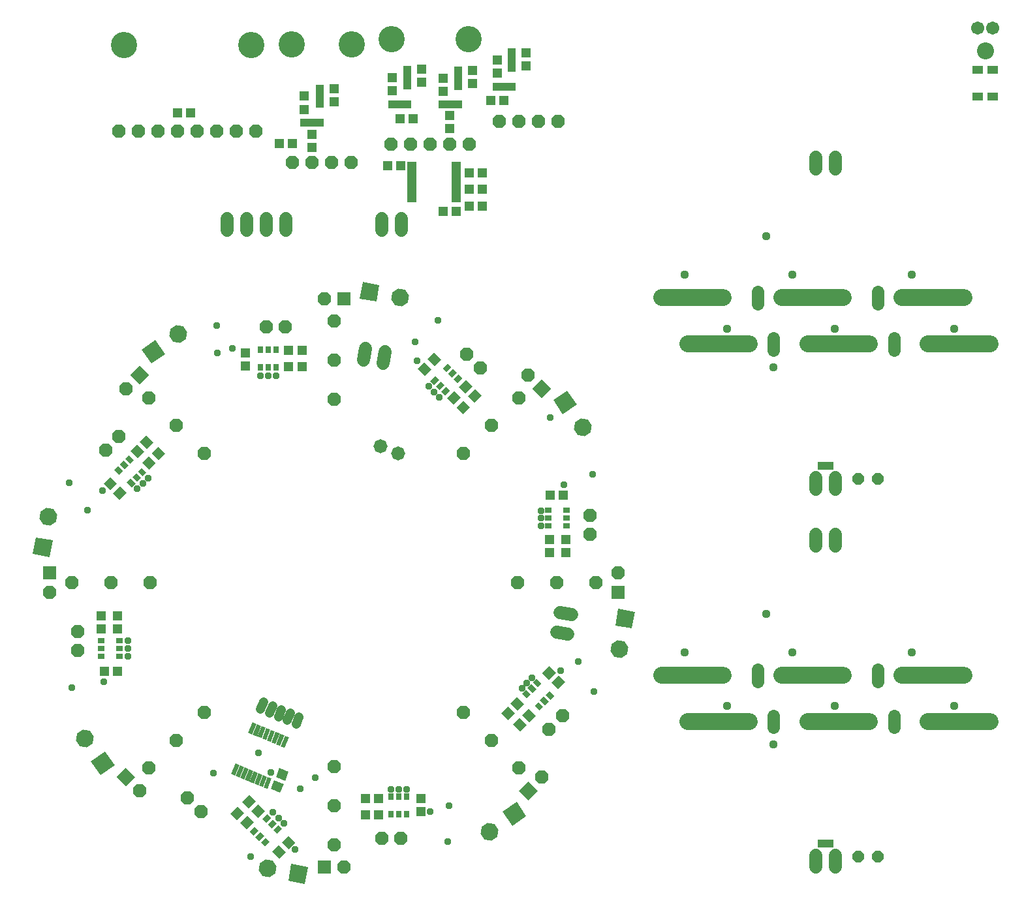
<source format=gbr>
G04 EAGLE Gerber RS-274X export*
G75*
%MOMM*%
%FSLAX34Y34*%
%LPD*%
%INSoldermask Top*%
%IPPOS*%
%AMOC8*
5,1,8,0,0,1.08239X$1,22.5*%
G01*
%ADD10C,2.203200*%
%ADD11C,1.727200*%
%ADD12C,2.203200*%
%ADD13C,1.603200*%
%ADD14P,1.635708X8X22.500000*%
%ADD15R,1.003200X1.003200*%
%ADD16P,1.852186X8X180.000000*%
%ADD17P,1.852186X8X337.500000*%
%ADD18P,1.852186X8X292.500000*%
%ADD19R,1.203200X1.303200*%
%ADD20R,1.303200X1.203200*%
%ADD21P,1.852186X8X22.500000*%
%ADD22R,1.463200X0.563200*%
%ADD23C,1.211200*%
%ADD24R,1.727200X1.727200*%
%ADD25P,1.869504X8X292.500000*%
%ADD26R,0.703200X0.903200*%
%ADD27R,0.903200X0.703200*%
%ADD28R,1.727200X1.727200*%
%ADD29P,1.869504X8X247.500000*%
%ADD30P,1.869504X8X202.500000*%
%ADD31P,1.852186X8X247.500000*%
%ADD32P,1.869504X8X157.500000*%
%ADD33P,1.852186X8X202.500000*%
%ADD34P,1.869504X8X112.500000*%
%ADD35P,1.852186X8X157.500000*%
%ADD36P,1.869504X8X67.500000*%
%ADD37P,1.852186X8X112.500000*%
%ADD38P,1.869504X8X22.500000*%
%ADD39P,1.852186X8X67.500000*%
%ADD40P,1.869504X8X337.500000*%
%ADD41R,2.203200X2.203200*%
%ADD42P,2.384722X8X192.500000*%
%ADD43P,2.384722X8X147.500000*%
%ADD44P,2.384722X8X102.500000*%
%ADD45P,2.384722X8X237.500000*%
%ADD46P,2.384722X8X57.500000*%
%ADD47P,2.384722X8X372.500000*%
%ADD48P,2.384722X8X327.500000*%
%ADD49P,2.384722X8X282.500000*%
%ADD50C,3.403200*%
%ADD51R,1.203200X0.653200*%
%ADD52R,1.403200X1.003200*%
%ADD53C,1.109600*%
%ADD54C,0.959600*%
%ADD55C,1.703200*%


D10*
X1235000Y1080000D03*
D11*
X1040700Y452620D02*
X1040700Y437380D01*
X1015300Y437380D02*
X1015300Y452620D01*
D12*
X895000Y270000D02*
X815000Y270000D01*
D13*
X939500Y262000D02*
X939500Y278000D01*
D12*
X929000Y210000D02*
X849000Y210000D01*
X1005000Y210000D02*
X1085000Y210000D01*
D13*
X960500Y218000D02*
X960500Y202000D01*
D12*
X971000Y270000D02*
X1051000Y270000D01*
D13*
X1095500Y262000D02*
X1095500Y278000D01*
D11*
X1015300Y36620D02*
X1015300Y21380D01*
X1040700Y21380D02*
X1040700Y36620D01*
D14*
X1070500Y35000D03*
X1095500Y35000D03*
D15*
X1023000Y52000D03*
X1033000Y52000D03*
D12*
X1127000Y270000D02*
X1207000Y270000D01*
X1241000Y210000D02*
X1161000Y210000D01*
D13*
X1116500Y218000D02*
X1116500Y202000D01*
D11*
X1040700Y927380D02*
X1040700Y942620D01*
X1015300Y942620D02*
X1015300Y927380D01*
D12*
X895000Y760000D02*
X815000Y760000D01*
D13*
X939500Y752000D02*
X939500Y768000D01*
D12*
X929000Y700000D02*
X849000Y700000D01*
X1005000Y700000D02*
X1085000Y700000D01*
D13*
X960500Y708000D02*
X960500Y692000D01*
D12*
X971000Y760000D02*
X1051000Y760000D01*
D13*
X1095500Y752000D02*
X1095500Y768000D01*
D11*
X1015300Y526620D02*
X1015300Y511380D01*
X1040700Y511380D02*
X1040700Y526620D01*
D14*
X1070500Y525000D03*
X1095500Y525000D03*
D15*
X1023000Y542000D03*
X1033000Y542000D03*
D12*
X1127000Y760000D02*
X1207000Y760000D01*
X1241000Y700000D02*
X1161000Y700000D01*
D13*
X1116500Y708000D02*
X1116500Y692000D01*
D16*
X450312Y567444D03*
X473408Y557876D03*
D17*
X217339Y93061D03*
X199661Y110739D03*
D18*
X57900Y302000D03*
X57900Y327000D03*
D19*
X447800Y110200D03*
X430800Y110200D03*
G36*
X324769Y128811D02*
X320164Y117696D01*
X308125Y122683D01*
X312730Y133798D01*
X324769Y128811D01*
G37*
G36*
X331275Y144517D02*
X326670Y133402D01*
X314631Y138389D01*
X319236Y149504D01*
X331275Y144517D01*
G37*
X430800Y89100D03*
X447800Y89100D03*
D20*
X502900Y93000D03*
X502900Y110000D03*
D19*
G36*
X292363Y102851D02*
X300871Y94343D01*
X291657Y85129D01*
X283149Y93637D01*
X292363Y102851D01*
G37*
G36*
X280343Y114871D02*
X288851Y106363D01*
X279637Y97149D01*
X271129Y105657D01*
X280343Y114871D01*
G37*
G36*
X264637Y82149D02*
X256129Y90657D01*
X265343Y99871D01*
X273851Y91363D01*
X264637Y82149D01*
G37*
G36*
X276657Y70129D02*
X268149Y78637D01*
X277363Y87851D01*
X285871Y79343D01*
X276657Y70129D01*
G37*
G36*
X322249Y53263D02*
X330757Y61771D01*
X339971Y52557D01*
X331463Y44049D01*
X322249Y53263D01*
G37*
G36*
X310229Y41243D02*
X318737Y49751D01*
X327951Y40537D01*
X319443Y32029D01*
X310229Y41243D01*
G37*
D20*
X109000Y330500D03*
X109000Y347500D03*
X88100Y347400D03*
X88100Y330400D03*
D21*
X390000Y151800D03*
X390000Y101000D03*
X390000Y50200D03*
D22*
G36*
X267485Y153395D02*
X261886Y139878D01*
X256683Y142033D01*
X262282Y155550D01*
X267485Y153395D01*
G37*
G36*
X273490Y150907D02*
X267891Y137390D01*
X262688Y139545D01*
X268287Y153062D01*
X273490Y150907D01*
G37*
G36*
X279495Y148420D02*
X273896Y134903D01*
X268693Y137058D01*
X274292Y150575D01*
X279495Y148420D01*
G37*
G36*
X285501Y145932D02*
X279902Y132415D01*
X274699Y134570D01*
X280298Y148087D01*
X285501Y145932D01*
G37*
G36*
X291506Y143445D02*
X285907Y129928D01*
X280704Y132083D01*
X286303Y145600D01*
X291506Y143445D01*
G37*
G36*
X297511Y140957D02*
X291912Y127440D01*
X286709Y129595D01*
X292308Y143112D01*
X297511Y140957D01*
G37*
G36*
X303516Y138470D02*
X297917Y124953D01*
X292714Y127108D01*
X298313Y140625D01*
X303516Y138470D01*
G37*
G36*
X309521Y135982D02*
X303922Y122465D01*
X298719Y124620D01*
X304318Y138137D01*
X309521Y135982D01*
G37*
G36*
X320915Y178205D02*
X326514Y191722D01*
X331717Y189567D01*
X326118Y176050D01*
X320915Y178205D01*
G37*
G36*
X314910Y180693D02*
X320509Y194210D01*
X325712Y192055D01*
X320113Y178538D01*
X314910Y180693D01*
G37*
G36*
X308905Y183180D02*
X314504Y196697D01*
X319707Y194542D01*
X314108Y181025D01*
X308905Y183180D01*
G37*
G36*
X302899Y185668D02*
X308498Y199185D01*
X313701Y197030D01*
X308102Y183513D01*
X302899Y185668D01*
G37*
G36*
X296894Y188155D02*
X302493Y201672D01*
X307696Y199517D01*
X302097Y186000D01*
X296894Y188155D01*
G37*
G36*
X290889Y190643D02*
X296488Y204160D01*
X301691Y202005D01*
X296092Y188488D01*
X290889Y190643D01*
G37*
G36*
X284884Y193130D02*
X290483Y206647D01*
X295686Y204492D01*
X290087Y190975D01*
X284884Y193130D01*
G37*
G36*
X278879Y195618D02*
X284478Y209135D01*
X289681Y206980D01*
X284082Y193463D01*
X278879Y195618D01*
G37*
D17*
X221571Y221571D03*
X185650Y185650D03*
X149729Y149729D03*
D18*
X151800Y390000D03*
X101000Y390000D03*
X50200Y390000D03*
D23*
X345088Y216127D02*
X341230Y206814D01*
X329682Y211598D02*
X333539Y220910D01*
X321991Y225694D02*
X318133Y216381D01*
X306585Y221165D02*
X310442Y230477D01*
X298894Y235261D02*
X295036Y225948D01*
D24*
X377300Y21000D03*
D25*
X402700Y21000D03*
D26*
X484000Y112500D03*
X474000Y112500D03*
X464000Y112500D03*
X464000Y89500D03*
X474000Y89500D03*
X484000Y89500D03*
D27*
G36*
X311524Y69354D02*
X317910Y75740D01*
X322882Y70768D01*
X316496Y64382D01*
X311524Y69354D01*
G37*
G36*
X304453Y76425D02*
X310839Y82811D01*
X315811Y77839D01*
X309425Y71453D01*
X304453Y76425D01*
G37*
G36*
X297382Y83496D02*
X303768Y89882D01*
X308740Y84910D01*
X302354Y78524D01*
X297382Y83496D01*
G37*
G36*
X281118Y67232D02*
X287504Y73618D01*
X292476Y68646D01*
X286090Y62260D01*
X281118Y67232D01*
G37*
G36*
X288189Y60161D02*
X294575Y66547D01*
X299547Y61575D01*
X293161Y55189D01*
X288189Y60161D01*
G37*
G36*
X295260Y53090D02*
X301646Y59476D01*
X306618Y54504D01*
X300232Y48118D01*
X295260Y53090D01*
G37*
X111500Y295000D03*
X111500Y305000D03*
X111500Y315000D03*
X88500Y315000D03*
X88500Y305000D03*
X88500Y295000D03*
D21*
X477000Y58900D03*
X452000Y58900D03*
D28*
G36*
X107887Y138060D02*
X120100Y150273D01*
X132313Y138060D01*
X120100Y125847D01*
X107887Y138060D01*
G37*
D29*
X138060Y120100D03*
D24*
X21000Y402700D03*
D30*
X21000Y377300D03*
D19*
X109500Y275000D03*
X92500Y275000D03*
G36*
X158851Y545637D02*
X150343Y537129D01*
X141129Y546343D01*
X149637Y554851D01*
X158851Y545637D01*
G37*
G36*
X170871Y557657D02*
X162363Y549149D01*
X153149Y558363D01*
X161657Y566871D01*
X170871Y557657D01*
G37*
G36*
X138149Y573363D02*
X146657Y581871D01*
X155871Y572657D01*
X147363Y564149D01*
X138149Y573363D01*
G37*
G36*
X126129Y561343D02*
X134637Y569851D01*
X143851Y560637D01*
X135343Y552129D01*
X126129Y561343D01*
G37*
D31*
X93661Y562061D03*
X111339Y579739D03*
X221571Y558429D03*
X185650Y594350D03*
X149729Y630271D03*
D27*
G36*
X126354Y525476D02*
X132740Y519090D01*
X127768Y514118D01*
X121382Y520504D01*
X126354Y525476D01*
G37*
G36*
X133425Y532547D02*
X139811Y526161D01*
X134839Y521189D01*
X128453Y527575D01*
X133425Y532547D01*
G37*
G36*
X140496Y539618D02*
X146882Y533232D01*
X141910Y528260D01*
X135524Y534646D01*
X140496Y539618D01*
G37*
G36*
X124232Y555882D02*
X130618Y549496D01*
X125646Y544524D01*
X119260Y550910D01*
X124232Y555882D01*
G37*
G36*
X117161Y548811D02*
X123547Y542425D01*
X118575Y537453D01*
X112189Y543839D01*
X117161Y548811D01*
G37*
G36*
X110090Y541740D02*
X116476Y535354D01*
X111504Y530382D01*
X105118Y536768D01*
X110090Y541740D01*
G37*
D28*
G36*
X138060Y672113D02*
X150273Y659900D01*
X138060Y647687D01*
X125847Y659900D01*
X138060Y672113D01*
G37*
D32*
X120100Y641940D03*
D19*
G36*
X112363Y515851D02*
X120871Y507343D01*
X111657Y498129D01*
X103149Y506637D01*
X112363Y515851D01*
G37*
G36*
X100343Y527871D02*
X108851Y519363D01*
X99637Y510149D01*
X91129Y518657D01*
X100343Y527871D01*
G37*
X331500Y671000D03*
X348500Y671000D03*
X348500Y692000D03*
X331500Y692000D03*
D33*
X302000Y722100D03*
X327000Y722100D03*
X390000Y628200D03*
X390000Y679000D03*
X390000Y729800D03*
D26*
X295000Y669500D03*
X305000Y669500D03*
X315000Y669500D03*
X315000Y692500D03*
X305000Y692500D03*
X295000Y692500D03*
D24*
X402700Y759000D03*
D34*
X377300Y759000D03*
D20*
X275000Y671500D03*
X275000Y688500D03*
D19*
G36*
X545637Y621149D02*
X537129Y629657D01*
X546343Y638871D01*
X554851Y630363D01*
X545637Y621149D01*
G37*
G36*
X557657Y609129D02*
X549149Y617637D01*
X558363Y626851D01*
X566871Y618343D01*
X557657Y609129D01*
G37*
G36*
X573363Y641851D02*
X581871Y633343D01*
X572657Y624129D01*
X564149Y632637D01*
X573363Y641851D01*
G37*
G36*
X561343Y653871D02*
X569851Y645363D01*
X560637Y636149D01*
X552129Y644657D01*
X561343Y653871D01*
G37*
D35*
X562661Y686739D03*
X580339Y669061D03*
X558429Y558429D03*
X594350Y594350D03*
X630271Y630271D03*
D27*
G36*
X526476Y653646D02*
X520090Y647260D01*
X515118Y652232D01*
X521504Y658618D01*
X526476Y653646D01*
G37*
G36*
X533547Y646575D02*
X527161Y640189D01*
X522189Y645161D01*
X528575Y651547D01*
X533547Y646575D01*
G37*
G36*
X540618Y639504D02*
X534232Y633118D01*
X529260Y638090D01*
X535646Y644476D01*
X540618Y639504D01*
G37*
G36*
X556882Y655768D02*
X550496Y649382D01*
X545524Y654354D01*
X551910Y660740D01*
X556882Y655768D01*
G37*
G36*
X549811Y662839D02*
X543425Y656453D01*
X538453Y661425D01*
X544839Y667811D01*
X549811Y662839D01*
G37*
G36*
X542740Y669910D02*
X536354Y663524D01*
X531382Y668496D01*
X537768Y674882D01*
X542740Y669910D01*
G37*
D28*
G36*
X672113Y641940D02*
X659900Y629727D01*
X647687Y641940D01*
X659900Y654153D01*
X672113Y641940D01*
G37*
D36*
X641940Y659900D03*
D19*
G36*
X516851Y667637D02*
X508343Y659129D01*
X499129Y668343D01*
X507637Y676851D01*
X516851Y667637D01*
G37*
G36*
X528871Y679657D02*
X520363Y671149D01*
X511149Y680363D01*
X519657Y688871D01*
X528871Y679657D01*
G37*
D20*
X670000Y446500D03*
X670000Y429500D03*
X691000Y429500D03*
X691000Y446500D03*
D37*
X722100Y478000D03*
X722100Y453000D03*
X628200Y390000D03*
X679000Y390000D03*
X729800Y390000D03*
D27*
X668500Y484000D03*
X668500Y474000D03*
X668500Y464000D03*
X691500Y464000D03*
X691500Y474000D03*
X691500Y484000D03*
D24*
X759000Y377300D03*
D38*
X759000Y402700D03*
D19*
X670500Y504000D03*
X687500Y504000D03*
G36*
X619149Y233363D02*
X627657Y241871D01*
X636871Y232657D01*
X628363Y224149D01*
X619149Y233363D01*
G37*
G36*
X607129Y221343D02*
X615637Y229851D01*
X624851Y220637D01*
X616343Y212129D01*
X607129Y221343D01*
G37*
G36*
X639851Y205637D02*
X631343Y197129D01*
X622129Y206343D01*
X630637Y214851D01*
X639851Y205637D01*
G37*
G36*
X651871Y217657D02*
X643363Y209149D01*
X634149Y218363D01*
X642657Y226871D01*
X651871Y217657D01*
G37*
D39*
X686939Y217339D03*
X669261Y199661D03*
X558429Y221571D03*
X594350Y185650D03*
X630271Y149729D03*
D27*
G36*
X654646Y254524D02*
X648260Y260910D01*
X653232Y265882D01*
X659618Y259496D01*
X654646Y254524D01*
G37*
G36*
X647575Y247453D02*
X641189Y253839D01*
X646161Y258811D01*
X652547Y252425D01*
X647575Y247453D01*
G37*
G36*
X640504Y240382D02*
X634118Y246768D01*
X639090Y251740D01*
X645476Y245354D01*
X640504Y240382D01*
G37*
G36*
X656768Y224118D02*
X650382Y230504D01*
X655354Y235476D01*
X661740Y229090D01*
X656768Y224118D01*
G37*
G36*
X663839Y231189D02*
X657453Y237575D01*
X662425Y242547D01*
X668811Y236161D01*
X663839Y231189D01*
G37*
G36*
X670910Y238260D02*
X664524Y244646D01*
X669496Y249618D01*
X675882Y243232D01*
X670910Y238260D01*
G37*
D28*
G36*
X641940Y107887D02*
X629727Y120100D01*
X641940Y132313D01*
X654153Y120100D01*
X641940Y107887D01*
G37*
D40*
X659900Y138060D03*
D19*
G36*
X668637Y264149D02*
X660129Y272657D01*
X669343Y281871D01*
X677851Y273363D01*
X668637Y264149D01*
G37*
G36*
X680657Y252129D02*
X672149Y260637D01*
X681363Y269851D01*
X689871Y261343D01*
X680657Y252129D01*
G37*
D11*
X698188Y348800D02*
X683180Y351446D01*
X678769Y326432D02*
X693778Y323786D01*
X428554Y679180D02*
X431200Y694188D01*
X456214Y689778D02*
X453568Y674769D01*
D41*
G36*
X334775Y25061D02*
X356471Y21235D01*
X352645Y-461D01*
X330949Y3365D01*
X334775Y25061D01*
G37*
D42*
X304318Y19246D03*
D41*
G36*
X92899Y171000D02*
X105536Y152953D01*
X87489Y140316D01*
X74852Y158363D01*
X92899Y171000D01*
G37*
D43*
X67251Y188424D03*
D41*
G36*
X25061Y445225D02*
X21235Y423529D01*
X-461Y427355D01*
X3365Y449051D01*
X25061Y445225D01*
G37*
D44*
X19246Y475682D03*
D41*
G36*
X609000Y92899D02*
X627047Y105536D01*
X639684Y87489D01*
X621637Y74852D01*
X609000Y92899D01*
G37*
D45*
X591576Y67251D03*
D41*
G36*
X171000Y687101D02*
X152953Y674464D01*
X140316Y692511D01*
X158363Y705148D01*
X171000Y687101D01*
G37*
D46*
X188424Y712749D03*
D41*
G36*
X445225Y754939D02*
X423529Y758765D01*
X427355Y780461D01*
X449051Y776635D01*
X445225Y754939D01*
G37*
D47*
X475682Y760754D03*
D41*
G36*
X687101Y609000D02*
X674464Y627047D01*
X692511Y639684D01*
X705148Y621637D01*
X687101Y609000D01*
G37*
D48*
X712749Y591576D03*
D41*
G36*
X754939Y334775D02*
X758765Y356471D01*
X780461Y352645D01*
X776635Y330949D01*
X754939Y334775D01*
G37*
D49*
X760754Y304318D03*
D38*
X604700Y989200D03*
X630100Y989200D03*
X655500Y989200D03*
X680900Y989200D03*
D11*
X251900Y862620D02*
X251900Y847380D01*
X277300Y847380D02*
X277300Y862620D01*
X302700Y862620D02*
X302700Y847380D01*
X328100Y847380D02*
X328100Y862620D01*
D50*
X335400Y1088900D03*
X413400Y1088900D03*
D38*
X336300Y935600D03*
X361700Y935600D03*
X387100Y935600D03*
X412500Y935600D03*
D50*
X464700Y1095600D03*
X564700Y1095600D03*
D38*
X463900Y959300D03*
X489300Y959300D03*
X514700Y959300D03*
X540100Y959300D03*
X565500Y959300D03*
D19*
X187000Y1000300D03*
X204000Y1000300D03*
X475600Y992300D03*
X492600Y992300D03*
D20*
X540500Y996400D03*
X540500Y979400D03*
X361500Y972200D03*
X361500Y955200D03*
D19*
X336000Y960500D03*
X319000Y960500D03*
D20*
X601700Y1068500D03*
X601700Y1051500D03*
X639500Y1061200D03*
X639500Y1078200D03*
X465500Y1046100D03*
X465500Y1029100D03*
X503500Y1039400D03*
X503500Y1056400D03*
X531500Y1045100D03*
X531500Y1028100D03*
X569700Y1038400D03*
X569700Y1055400D03*
X351500Y1021600D03*
X351500Y1004600D03*
X390700Y1014600D03*
X390700Y1031600D03*
D19*
X610800Y1015700D03*
X593800Y1015700D03*
D15*
X550900Y1035100D03*
X550900Y1045100D03*
X550900Y1055100D03*
X371700Y986900D03*
X361700Y986900D03*
X351700Y986900D03*
X371900Y1011500D03*
X371900Y1021500D03*
X371900Y1031500D03*
D50*
X282500Y1087700D03*
X117500Y1087700D03*
D30*
X288900Y975900D03*
X263500Y975900D03*
X238100Y975900D03*
X212700Y975900D03*
X187300Y975900D03*
X161900Y975900D03*
X136500Y975900D03*
X111100Y975900D03*
D15*
X620900Y1034100D03*
X610900Y1034100D03*
X600900Y1034100D03*
X621100Y1058300D03*
X621100Y1068300D03*
X621100Y1078300D03*
X485500Y1011100D03*
X475500Y1011100D03*
X465500Y1011100D03*
X485100Y1035700D03*
X485100Y1045700D03*
X485100Y1055700D03*
X551100Y1011100D03*
X541100Y1011100D03*
X531100Y1011100D03*
D51*
X549000Y887250D03*
X549000Y893750D03*
X549000Y900250D03*
X549000Y906750D03*
X549000Y913250D03*
X549000Y919750D03*
X549000Y926250D03*
X549000Y932750D03*
X491000Y932750D03*
X491000Y926250D03*
X491000Y919750D03*
X491000Y913250D03*
X491000Y906750D03*
X491000Y900250D03*
X491000Y893750D03*
X491000Y887250D03*
D20*
X565500Y922000D03*
X582500Y922000D03*
X565500Y901000D03*
X582500Y901000D03*
X476500Y931000D03*
X459500Y931000D03*
D19*
X565500Y879000D03*
X582500Y879000D03*
X548500Y872000D03*
X531500Y872000D03*
D11*
X477700Y862620D02*
X477700Y847380D01*
X452300Y847380D02*
X452300Y862620D01*
D52*
X1225000Y1021500D03*
X1225000Y1055500D03*
X1245000Y1055500D03*
X1245000Y1021500D03*
D53*
X960500Y180000D03*
X950532Y350000D03*
X1195000Y230000D03*
X900000Y230000D03*
X985000Y300000D03*
X1140000Y300000D03*
X845000Y300000D03*
X1040000Y230000D03*
X960500Y670000D03*
X950532Y840000D03*
X1195000Y720000D03*
X900000Y720000D03*
X985000Y790000D03*
X1140000Y790000D03*
X845000Y790000D03*
X1040000Y720000D03*
D54*
X474000Y122000D03*
X484000Y122000D03*
X464000Y122000D03*
X640230Y259730D03*
X647020Y266510D03*
X633805Y253195D03*
X658672Y473980D03*
X658642Y483860D03*
X658642Y463910D03*
X520000Y638000D03*
X513000Y645000D03*
X527000Y631000D03*
X305000Y659000D03*
X315000Y659000D03*
X295000Y659000D03*
X142000Y519000D03*
X135000Y512000D03*
X149000Y526000D03*
X123000Y305000D03*
X123000Y315000D03*
X123000Y295000D03*
X318000Y85000D03*
X311000Y92000D03*
X325000Y78000D03*
X671000Y605000D03*
X726000Y531000D03*
X707000Y288000D03*
X727000Y249000D03*
X539000Y101000D03*
X538000Y54000D03*
X282000Y35000D03*
X234000Y143000D03*
X50000Y254000D03*
X70000Y484000D03*
X47000Y520000D03*
X239000Y688000D03*
X238000Y724000D03*
X495000Y703000D03*
X525000Y731000D03*
X308000Y144000D03*
X292400Y169420D03*
X515000Y93000D03*
X366231Y137482D03*
X346010Y122670D03*
X340000Y44000D03*
X91510Y261910D03*
X90000Y510000D03*
X258270Y694510D03*
X498000Y678000D03*
X688510Y517440D03*
X684000Y276000D03*
D55*
X1225000Y1110000D03*
X1245000Y1110000D03*
M02*

</source>
